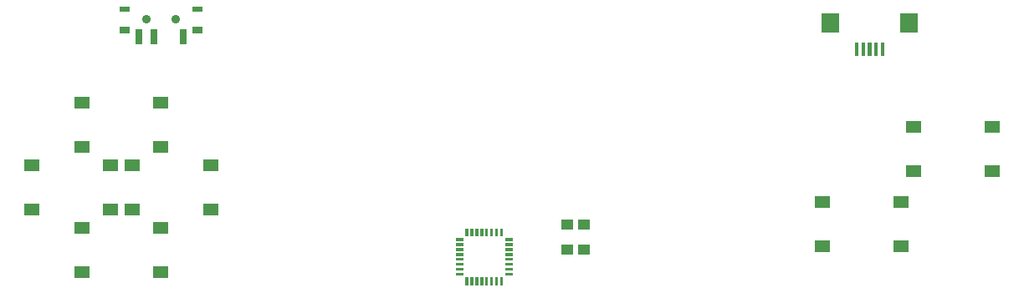
<source format=gtp>
G04 MADE WITH FRITZING*
G04 WWW.FRITZING.ORG*
G04 DOUBLE SIDED*
G04 HOLES PLATED*
G04 CONTOUR ON CENTER OF CONTOUR VECTOR*
%ASAXBY*%
%FSLAX23Y23*%
%MOIN*%
%OFA0B0*%
%SFA1.0B1.0*%
%ADD10C,0.035433*%
%ADD11R,0.027559X0.059055*%
%ADD12R,0.039370X0.023622*%
%ADD13R,0.039370X0.031496*%
%ADD14R,0.061024X0.051181*%
%ADD15R,0.047244X0.043307*%
%LNPASTEMASK1*%
G90*
G70*
G54D10*
X507Y2823D03*
X625Y2823D03*
X507Y2823D03*
X625Y2823D03*
G54D11*
X477Y2754D03*
X536Y2754D03*
X654Y2754D03*
G54D12*
X422Y2862D03*
G54D13*
X422Y2779D03*
G54D12*
X710Y2862D03*
G54D13*
X710Y2779D03*
G54D14*
X3878Y2393D03*
X3565Y2393D03*
X3878Y2216D03*
X3565Y2216D03*
X452Y2064D03*
X765Y2064D03*
X452Y2241D03*
X765Y2241D03*
X252Y1814D03*
X565Y1814D03*
X252Y1991D03*
X565Y1991D03*
X52Y2064D03*
X365Y2064D03*
X52Y2241D03*
X365Y2241D03*
X3515Y2093D03*
X3202Y2093D03*
X3515Y1916D03*
X3202Y1916D03*
X252Y2314D03*
X565Y2314D03*
X252Y2491D03*
X565Y2491D03*
G54D15*
X2185Y1904D03*
X2252Y1904D03*
X2185Y2004D03*
X2252Y2004D03*
G36*
X1898Y1957D02*
X1898Y1988D01*
X1909Y1988D01*
X1909Y1957D01*
X1898Y1957D01*
G37*
D02*
G36*
X1937Y1819D02*
X1937Y1831D01*
X1968Y1831D01*
X1968Y1819D01*
X1937Y1819D01*
G37*
D02*
G36*
X1799Y1760D02*
X1799Y1792D01*
X1810Y1792D01*
X1810Y1760D01*
X1799Y1760D01*
G37*
D02*
G36*
X1878Y1957D02*
X1878Y1988D01*
X1889Y1988D01*
X1889Y1957D01*
X1878Y1957D01*
G37*
D02*
G36*
X1878Y1760D02*
X1878Y1792D01*
X1889Y1792D01*
X1889Y1760D01*
X1878Y1760D01*
G37*
D02*
G36*
X1858Y1957D02*
X1858Y1988D01*
X1869Y1988D01*
X1869Y1957D01*
X1858Y1957D01*
G37*
D02*
G36*
X1937Y1898D02*
X1937Y1909D01*
X1968Y1909D01*
X1968Y1898D01*
X1937Y1898D01*
G37*
D02*
G36*
X1838Y1957D02*
X1838Y1988D01*
X1850Y1988D01*
X1850Y1957D01*
X1838Y1957D01*
G37*
D02*
G36*
X1838Y1760D02*
X1838Y1792D01*
X1850Y1792D01*
X1850Y1760D01*
X1838Y1760D01*
G37*
D02*
G36*
X1819Y1957D02*
X1819Y1988D01*
X1830Y1988D01*
X1830Y1957D01*
X1819Y1957D01*
G37*
D02*
G36*
X1917Y1760D02*
X1917Y1792D01*
X1928Y1792D01*
X1928Y1760D01*
X1917Y1760D01*
G37*
D02*
G36*
X1799Y1957D02*
X1799Y1988D01*
X1810Y1988D01*
X1810Y1957D01*
X1799Y1957D01*
G37*
D02*
G36*
X1937Y1859D02*
X1937Y1870D01*
X1968Y1870D01*
X1968Y1859D01*
X1937Y1859D01*
G37*
D02*
G36*
X1779Y1957D02*
X1779Y1988D01*
X1791Y1988D01*
X1791Y1957D01*
X1779Y1957D01*
G37*
D02*
G36*
X1937Y1938D02*
X1937Y1949D01*
X1968Y1949D01*
X1968Y1938D01*
X1937Y1938D01*
G37*
D02*
G36*
X1740Y1938D02*
X1740Y1949D01*
X1771Y1949D01*
X1771Y1938D01*
X1740Y1938D01*
G37*
D02*
G36*
X1819Y1760D02*
X1819Y1792D01*
X1830Y1792D01*
X1830Y1760D01*
X1819Y1760D01*
G37*
D02*
G36*
X1740Y1918D02*
X1740Y1929D01*
X1771Y1929D01*
X1771Y1918D01*
X1740Y1918D01*
G37*
D02*
G36*
X1858Y1760D02*
X1858Y1792D01*
X1869Y1792D01*
X1869Y1760D01*
X1858Y1760D01*
G37*
D02*
G36*
X1740Y1898D02*
X1740Y1909D01*
X1771Y1909D01*
X1771Y1898D01*
X1740Y1898D01*
G37*
D02*
G36*
X1898Y1760D02*
X1898Y1792D01*
X1909Y1792D01*
X1909Y1760D01*
X1898Y1760D01*
G37*
D02*
G36*
X1740Y1878D02*
X1740Y1890D01*
X1771Y1890D01*
X1771Y1878D01*
X1740Y1878D01*
G37*
D02*
G36*
X1937Y1800D02*
X1937Y1811D01*
X1968Y1811D01*
X1968Y1800D01*
X1937Y1800D01*
G37*
D02*
G36*
X1740Y1859D02*
X1740Y1870D01*
X1771Y1870D01*
X1771Y1859D01*
X1740Y1859D01*
G37*
D02*
G36*
X1937Y1839D02*
X1937Y1850D01*
X1968Y1850D01*
X1968Y1839D01*
X1937Y1839D01*
G37*
D02*
G36*
X1740Y1839D02*
X1740Y1850D01*
X1771Y1850D01*
X1771Y1839D01*
X1740Y1839D01*
G37*
D02*
G36*
X1937Y1878D02*
X1937Y1890D01*
X1968Y1890D01*
X1968Y1878D01*
X1937Y1878D01*
G37*
D02*
G36*
X1740Y1819D02*
X1740Y1831D01*
X1771Y1831D01*
X1771Y1819D01*
X1740Y1819D01*
G37*
D02*
G36*
X1937Y1918D02*
X1937Y1929D01*
X1968Y1929D01*
X1968Y1918D01*
X1937Y1918D01*
G37*
D02*
G36*
X1740Y1800D02*
X1740Y1811D01*
X1771Y1811D01*
X1771Y1800D01*
X1740Y1800D01*
G37*
D02*
G36*
X1779Y1760D02*
X1779Y1792D01*
X1791Y1792D01*
X1791Y1760D01*
X1779Y1760D01*
G37*
D02*
G36*
X1917Y1957D02*
X1917Y1988D01*
X1928Y1988D01*
X1928Y1957D01*
X1917Y1957D01*
G37*
D02*
G36*
X3434Y2676D02*
X3434Y2731D01*
X3447Y2731D01*
X3447Y2676D01*
X3434Y2676D01*
G37*
D02*
G36*
X3331Y2676D02*
X3331Y2731D01*
X3345Y2731D01*
X3345Y2676D01*
X3331Y2676D01*
G37*
D02*
G36*
X3408Y2676D02*
X3408Y2731D01*
X3422Y2731D01*
X3422Y2676D01*
X3408Y2676D01*
G37*
D02*
G36*
X3382Y2676D02*
X3382Y2731D01*
X3396Y2731D01*
X3396Y2676D01*
X3382Y2676D01*
G37*
D02*
G36*
X3357Y2676D02*
X3357Y2731D01*
X3371Y2731D01*
X3371Y2676D01*
X3357Y2676D01*
G37*
D02*
G36*
X3511Y2771D02*
X3511Y2845D01*
X3582Y2845D01*
X3582Y2771D01*
X3511Y2771D01*
G37*
D02*
G36*
X3196Y2771D02*
X3196Y2845D01*
X3267Y2845D01*
X3267Y2771D01*
X3196Y2771D01*
G37*
D02*
G04 End of PasteMask1*
M02*
</source>
